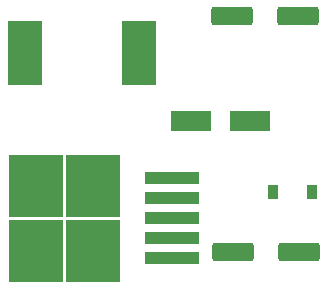
<source format=gbr>
%TF.GenerationSoftware,KiCad,Pcbnew,6.0.2+dfsg-1*%
%TF.CreationDate,2022-09-05T16:28:11+02:00*%
%TF.ProjectId,power-module,706f7765-722d-46d6-9f64-756c652e6b69,rev?*%
%TF.SameCoordinates,Original*%
%TF.FileFunction,Paste,Top*%
%TF.FilePolarity,Positive*%
%FSLAX46Y46*%
G04 Gerber Fmt 4.6, Leading zero omitted, Abs format (unit mm)*
G04 Created by KiCad (PCBNEW 6.0.2+dfsg-1) date 2022-09-05 16:28:11*
%MOMM*%
%LPD*%
G01*
G04 APERTURE LIST*
G04 Aperture macros list*
%AMRoundRect*
0 Rectangle with rounded corners*
0 $1 Rounding radius*
0 $2 $3 $4 $5 $6 $7 $8 $9 X,Y pos of 4 corners*
0 Add a 4 corners polygon primitive as box body*
4,1,4,$2,$3,$4,$5,$6,$7,$8,$9,$2,$3,0*
0 Add four circle primitives for the rounded corners*
1,1,$1+$1,$2,$3*
1,1,$1+$1,$4,$5*
1,1,$1+$1,$6,$7*
1,1,$1+$1,$8,$9*
0 Add four rect primitives between the rounded corners*
20,1,$1+$1,$2,$3,$4,$5,0*
20,1,$1+$1,$4,$5,$6,$7,0*
20,1,$1+$1,$6,$7,$8,$9,0*
20,1,$1+$1,$8,$9,$2,$3,0*%
G04 Aperture macros list end*
%ADD10R,4.550000X5.250000*%
%ADD11R,4.600000X1.100000*%
%ADD12RoundRect,0.250000X-1.500000X-0.550000X1.500000X-0.550000X1.500000X0.550000X-1.500000X0.550000X0*%
%ADD13R,0.900000X1.200000*%
%ADD14R,3.500000X1.800000*%
%ADD15R,2.900000X5.400000*%
G04 APERTURE END LIST*
D10*
%TO.C,U1*%
X149300000Y-102375000D03*
X144450000Y-102375000D03*
X144450000Y-96825000D03*
X149300000Y-96825000D03*
D11*
X156025000Y-103000000D03*
X156025000Y-101300000D03*
X156025000Y-99600000D03*
X156025000Y-97900000D03*
X156025000Y-96200000D03*
%TD*%
D12*
%TO.C,C1*%
X161150000Y-102450000D03*
X166750000Y-102450000D03*
%TD*%
%TO.C,C2*%
X161100000Y-82450000D03*
X166700000Y-82450000D03*
%TD*%
D13*
%TO.C,D2*%
X167850000Y-97350000D03*
X164550000Y-97350000D03*
%TD*%
D14*
%TO.C,D1*%
X157600000Y-91350000D03*
X162600000Y-91350000D03*
%TD*%
D15*
%TO.C,L1*%
X143550000Y-85600000D03*
X153250000Y-85600000D03*
%TD*%
M02*

</source>
